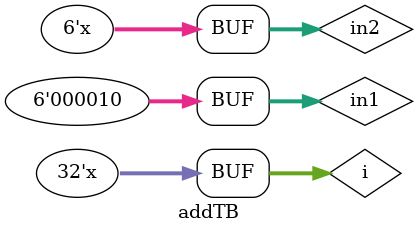
<source format=v>
`include "adder.v"
module addTB;
    reg [5:0]in1;
    reg [5:0]in2;
    wire [5:0] out;


    adder add(in1, in2, out);
    integer i;
    initial begin
        i=0;
        in1=0;
        in2=i;
        #4;
        in1=3;
        #4;
        in1=2;
    end
    always #2  begin 
        i=i+1;
        in2=i;

    end
endmodule
</source>
